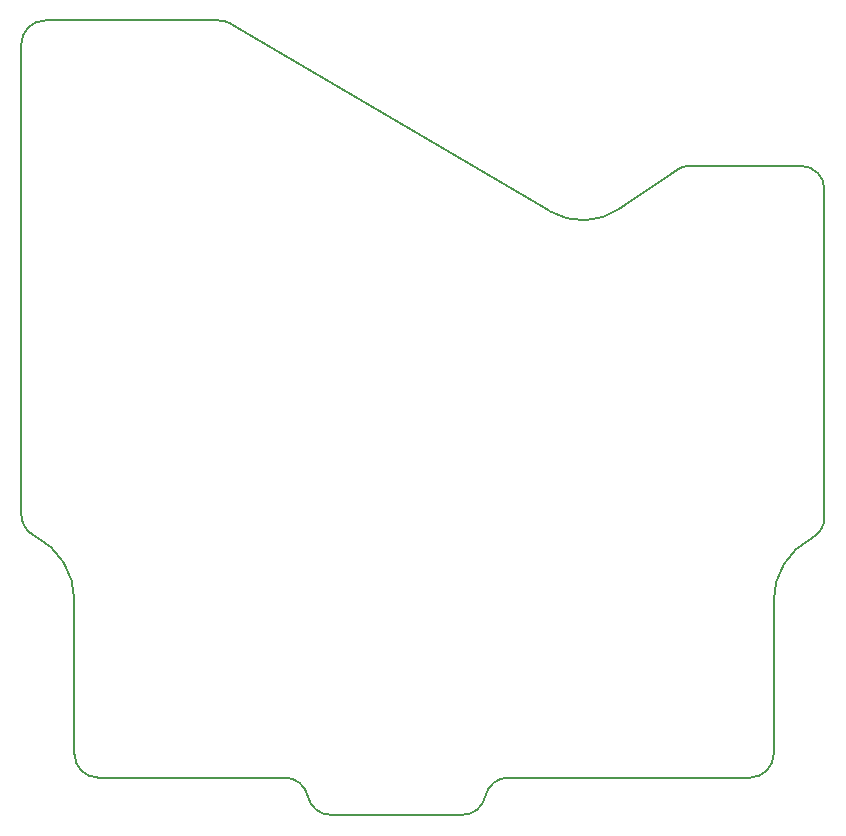
<source format=gbr>
%TF.GenerationSoftware,KiCad,Pcbnew,(5.99.0-10573-gc33b2cfa8d)*%
%TF.CreationDate,2021-05-19T15:13:12+02:00*%
%TF.ProjectId,sucker-one-mainboard,7375636b-6572-42d6-9f6e-652d6d61696e,rev?*%
%TF.SameCoordinates,Original*%
%TF.FileFunction,Profile,NP*%
%FSLAX46Y46*%
G04 Gerber Fmt 4.6, Leading zero omitted, Abs format (unit mm)*
G04 Created by KiCad (PCBNEW (5.99.0-10573-gc33b2cfa8d)) date 2021-05-19 15:13:12*
%MOMM*%
%LPD*%
G01*
G04 APERTURE LIST*
%TA.AperFunction,Profile*%
%ADD10C,0.200000*%
%TD*%
G04 APERTURE END LIST*
D10*
X82739452Y-90333601D02*
X68000000Y-90333601D01*
X116626279Y-106292827D02*
G75*
G02*
X110739573Y-106488310I-3097520J4544816D01*
G01*
X132000000Y-102640167D02*
G75*
G02*
X134000000Y-104640167I0J-2000000D01*
G01*
X107240110Y-154434856D02*
X127700000Y-154434856D01*
X129699998Y-139450136D02*
G75*
G02*
X132918238Y-134164307I5950001J0D01*
G01*
X88300110Y-154434856D02*
G75*
G02*
X90255337Y-156014038I0J-2000000D01*
G01*
X66000000Y-92333601D02*
X66000000Y-132163161D01*
X134000000Y-132387558D02*
X134000000Y-104640167D01*
X67104294Y-133951376D02*
G75*
G02*
X66000000Y-132163161I895706J1788215D01*
G01*
X105284883Y-156014038D02*
G75*
G02*
X107240110Y-154434856I1955227J-420818D01*
G01*
X121475992Y-102987507D02*
X116626280Y-106292828D01*
X92210564Y-157593220D02*
X103329656Y-157593220D01*
X110739573Y-106488310D02*
X83753702Y-90609855D01*
X92210564Y-157593220D02*
G75*
G02*
X90255337Y-156014038I0J2000000D01*
G01*
X66000000Y-92333601D02*
G75*
G02*
X68000000Y-90333601I2000000J0D01*
G01*
X67104294Y-133951375D02*
G75*
G02*
X70500000Y-139450136I-2754295J-5498761D01*
G01*
X72500000Y-154434856D02*
X88300110Y-154434856D01*
X82739452Y-90333600D02*
G75*
G02*
X83753702Y-90609855I0J-2000001D01*
G01*
X132000000Y-102640167D02*
X122602363Y-102640167D01*
X70500000Y-139450136D02*
X70500000Y-152434856D01*
X72500000Y-154434856D02*
G75*
G02*
X70500000Y-152434856I0J2000000D01*
G01*
X121475992Y-102987506D02*
G75*
G02*
X122602363Y-102640167I1126371J-1652661D01*
G01*
X105284883Y-156014038D02*
G75*
G02*
X103329656Y-157593220I-1955227J420818D01*
G01*
X129699999Y-152434855D02*
G75*
G02*
X127700000Y-154434856I-2000000J-1D01*
G01*
X129700000Y-152434856D02*
X129699999Y-139450136D01*
X134000000Y-132387559D02*
G75*
G02*
X132918238Y-134164307I-2000000J1D01*
G01*
M02*

</source>
